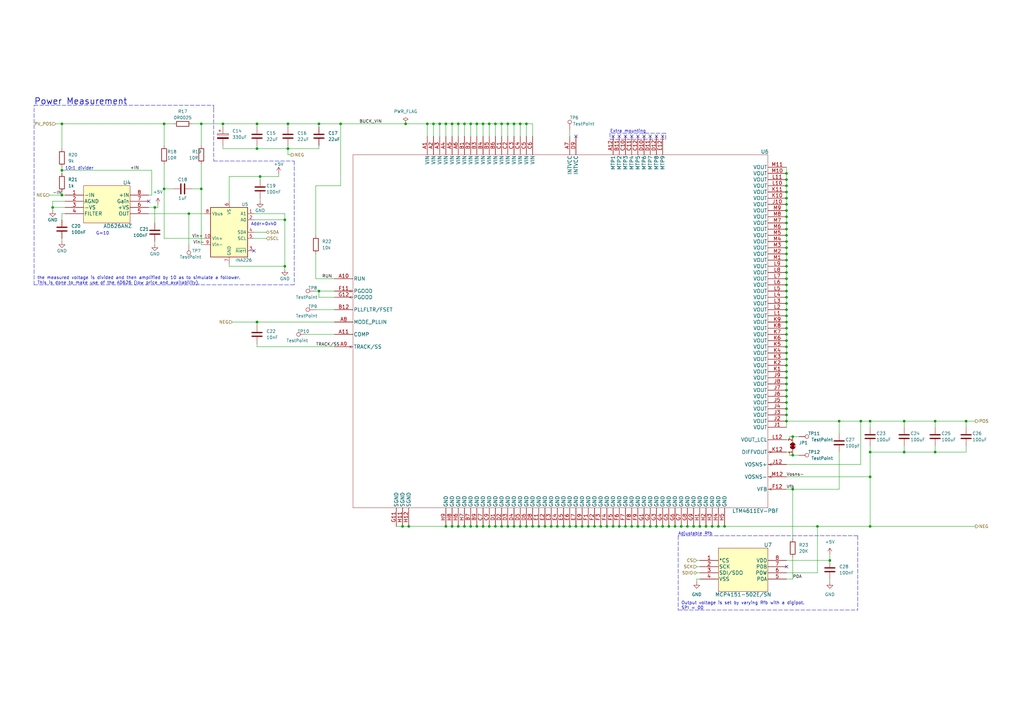
<source format=kicad_sch>
(kicad_sch (version 20211123) (generator eeschema)
  (paper "A3")
  (title_block (title "BUCK_0") (date "2022-12-05") (rev "0.1"))
  (lib_symbols
    (symbol "AD626ANZ:AD626ANZ" (pin_names (offset 0.254))
      (property "Reference" "U?" (at 39.37 10.16 0))
      (property "Value" "AD626ANZ" (at 39.37 6.35 0))
      (symbol "AD626ANZ_1_1"
        (rectangle (start 29.21 3.81) (end 48.26 -11.43) (fill (type background)))
        (pin unspecified line (at 21.59 0 0) (length 7.62) (name "-IN") (number "1"))
        (pin unspecified line (at 21.59 -2.54 0) (length 7.62) (name "AGND") (number "2"))
        (pin power_in line (at 21.59 -5.08 0) (length 7.62) (name "-VS") (number "3"))
        (pin unspecified line (at 21.59 -7.62 0) (length 7.62) (name "FILTER") (number "4"))
        (pin unspecified line (at 55.88 -7.62 180) (length 7.62) (name "OUT") (number "5"))
        (pin power_in line (at 55.88 -5.08 180) (length 7.62) (name "+VS") (number "6"))
        (pin unspecified line (at 55.88 -2.54 180) (length 7.62) (name "Gain") (number "7"))
        (pin unspecified line (at 55.88 0 180) (length 7.62) (name "+IN") (number "8"))
      )
    )
    (symbol "Analog_ADC:INA226"
      (property "Reference" "U" (at -6.35 11.43 0))
      (property "Value" "INA226" (at 3.81 11.43 0))
      (symbol "INA226_0_1"
        (rectangle (start 7.62 10.16) (end -7.62 -10.16) (stroke (width 0.254)) (fill (type background)))
      )
      (symbol "INA226_1_1"
        (pin input line (at 10.16 7.62 180) (length 2.54) (name "A1") (number "1"))
        (pin input line (at -10.16 -2.54 0) (length 2.54) (name "Vin+") (number "10"))
        (pin input line (at 10.16 5.08 180) (length 2.54) (name "A0") (number "2"))
        (pin open_collector line (at 10.16 -7.62 180) (length 2.54) (name "~{Alert}") (number "3"))
        (pin bidirectional line (at 10.16 0 180) (length 2.54) (name "SDA") (number "4"))
        (pin input line (at 10.16 -2.54 180) (length 2.54) (name "SCL") (number "5"))
        (pin power_in line (at 0 12.7 270) (length 2.54) (name "VS") (number "6"))
        (pin power_in line (at 0 -12.7 90) (length 2.54) (name "GND") (number "7"))
        (pin input line (at -10.16 7.62 0) (length 2.54) (name "Vbus") (number "8"))
        (pin input line (at -10.16 -5.08 0) (length 2.54) (name "Vin-") (number "9"))
      )
    )
    (symbol "Connector:TestPoint" (pin_numbers hide) (pin_names (offset 0.762) hide)
      (property "Reference" "TP" (at 0 6.858 0))
      (property "Value" "TestPoint" (at 0 5.08 0))
      (symbol "TestPoint_0_1"
        (circle (center 0 3.302) (radius 0.762))
      )
      (symbol "TestPoint_1_1"
        (pin passive line (at 0 0 90) (length 2.54) (name "1") (number "1"))
      )
    )
    (symbol "Device:C" (pin_numbers hide) (pin_names (offset 0.254))
      (property "Reference" "C" (at 0.635 2.54 0))
      (property "Value" "C" (at 0.635 -2.54 0))
      (symbol "C_0_1"
        (polyline (pts (xy -2.032 -0.762) (xy 2.032 -0.762)) (stroke (width 0.508)))
        (polyline (pts (xy -2.032 0.762) (xy 2.032 0.762)) (stroke (width 0.508)))
      )
      (symbol "C_1_1"
        (pin passive line (at 0 3.81 270) (length 2.794) (name "~") (number "1"))
        (pin passive line (at 0 -3.81 90) (length 2.794) (name "~") (number "2"))
      )
    )
    (symbol "Device:C_Polarized" (pin_numbers hide) (pin_names (offset 0.254))
      (property "Reference" "C" (at 0.635 2.54 0))
      (property "Value" "C_Polarized" (at 0.635 -2.54 0))
      (symbol "C_Polarized_0_1"
        (rectangle (start -2.286 0.508) (end 2.286 1.016))
        (polyline (pts (xy -1.778 2.286) (xy -0.762 2.286)))
        (polyline (pts (xy -1.27 2.794) (xy -1.27 1.778)))
        (rectangle (start 2.286 -0.508) (end -2.286 -1.016) (fill (type outline)))
      )
      (symbol "C_Polarized_1_1"
        (pin passive line (at 0 3.81 270) (length 2.794) (name "~") (number "1"))
        (pin passive line (at 0 -3.81 90) (length 2.794) (name "~") (number "2"))
      )
    )
    (symbol "Device:R" (pin_numbers hide) (pin_names (offset 0))
      (property "Reference" "R" (at 2.032 0 90))
      (property "Value" "R" (at 0 0 90))
      (symbol "R_0_1"
        (rectangle (start -1.016 -2.54) (end 1.016 2.54) (stroke (width 0.254)))
      )
      (symbol "R_1_1"
        (pin passive line (at 0 3.81 270) (length 1.27) (name "~") (number "1"))
        (pin passive line (at 0 -3.81 90) (length 1.27) (name "~") (number "2"))
      )
    )
    (symbol "Jumper:SolderJumper_2_Bridged" (pin_names (offset 0) hide)
      (property "Reference" "JP" (at 0 2.032 0))
      (property "Value" "SolderJumper_2_Bridged" (at 0 -2.54 0))
      (symbol "SolderJumper_2_Bridged_0_1"
        (rectangle (start -0.508 0.508) (end 0.508 -0.508) (fill (type outline)))
        (arc (start -0.254 1.016) (mid -1.27 0) (end -0.254 -1.016))
        (arc (start -0.254 1.016) (mid -1.27 0) (end -0.254 -1.016) (fill (type outline)))
        (polyline (pts (xy -0.254 1.016) (xy -0.254 -1.016)))
        (polyline (pts (xy 0.254 1.016) (xy 0.254 -1.016)))
        (arc (start 0.254 -1.016) (mid 1.27 0) (end 0.254 1.016))
        (arc (start 0.254 -1.016) (mid 1.27 0) (end 0.254 1.016) (fill (type outline)))
      )
      (symbol "SolderJumper_2_Bridged_1_1"
        (pin passive line (at -3.81 0 0) (length 2.54) (name "A") (number "1"))
        (pin passive line (at 3.81 0 180) (length 2.54) (name "B") (number "2"))
      )
    )
    (symbol "LTM4611EV:LTM4611EV-PBF" (pin_names (offset 0.254))
      (property "Reference" "U6" (at 176.53 52.07 0))
      (property "Value" "LTM4611EV-PBF" (at 172.72 -95.25 0))
      (symbol "LTM4611EV-PBF_1_1"
        (polyline (pts (xy 7.112 -28.448) (xy 6.0452 -27.94)) (stroke (width 0.127)))
        (polyline (pts (xy 7.112 -27.432) (xy 6.0452 -27.94)) (stroke (width 0.127)))
        (polyline (pts (xy 7.112 -8.128) (xy 6.0452 -7.62)) (stroke (width 0.127)))
        (polyline (pts (xy 7.112 -7.112) (xy 6.0452 -7.62)) (stroke (width 0.127)))
        (polyline (pts (xy 7.112 -5.588) (xy 6.0452 -5.08)) (stroke (width 0.127)))
        (polyline (pts (xy 7.112 -4.572) (xy 6.0452 -5.08)) (stroke (width 0.127)))
        (polyline (pts (xy 7.62 -93.98) (xy 177.8 -93.98)) (stroke (width 0.127)))
        (polyline (pts (xy 7.62 50.8) (xy 7.62 -93.98)) (stroke (width 0.127)))
        (polyline (pts (xy 177.8 -93.98) (xy 177.8 50.8)) (stroke (width 0.127)))
        (polyline (pts (xy 177.8 50.8) (xy 7.62 50.8)) (stroke (width 0.127)))
        (polyline (pts (xy 178.308 -86.36) (xy 179.3748 -86.868)) (stroke (width 0.127)))
        (polyline (pts (xy 178.308 -86.36) (xy 179.3748 -85.852)) (stroke (width 0.127)))
        (polyline (pts (xy 178.308 -81.28) (xy 179.3748 -81.788)) (stroke (width 0.127)))
        (polyline (pts (xy 178.308 -81.28) (xy 179.3748 -80.772)) (stroke (width 0.127)))
        (polyline (pts (xy 178.308 -76.2) (xy 179.3748 -76.708)) (stroke (width 0.127)))
        (polyline (pts (xy 178.308 -76.2) (xy 179.3748 -75.692)) (stroke (width 0.127)))
        (polyline (pts (xy 178.308 -71.628) (xy 179.3748 -71.12)) (stroke (width 0.127)))
        (polyline (pts (xy 178.308 -70.612) (xy 179.3748 -71.12)) (stroke (width 0.127)))
        (pin power_in line (at 38.1 58.42 270) (length 7.62) (name "VIN") (number "A1"))
        (pin unspecified line (at 0 0 0) (length 7.62) (name "RUN") (number "A10"))
        (pin unspecified line (at 0 -22.86 0) (length 7.62) (name "COMP") (number "A11"))
        (pin unspecified line (at 114.3 58.42 270) (length 7.62) (name "MTP1") (number "A12"))
        (pin power_in line (at 40.64 58.42 270) (length 7.62) (name "VIN") (number "A2"))
        (pin power_in line (at 43.18 58.42 270) (length 7.62) (name "VIN") (number "A3"))
        (pin power_in line (at 45.72 58.42 270) (length 7.62) (name "VIN") (number "A4"))
        (pin power_in line (at 48.26 58.42 270) (length 7.62) (name "VIN") (number "A5"))
        (pin power_in line (at 50.8 58.42 270) (length 7.62) (name "VIN") (number "A6"))
        (pin passive line (at 96.52 58.42 270) (length 7.62) (name "INTVCC") (number "A7"))
        (pin unspecified line (at 0 -17.78 0) (length 7.62) (name "MODE_PLLIN") (number "A8"))
        (pin output line (at 0 -27.94 0) (length 7.62) (name "TRACK/SS") (number "A9"))
        (pin power_in line (at 53.34 58.42 270) (length 7.62) (name "VIN") (number "B1"))
        (pin unspecified line (at 116.84 58.42 270) (length 7.62) (name "MTP2") (number "B11"))
        (pin unspecified line (at 0 -12.7 0) (length 7.62) (name "PLLFLTR/FSET") (number "B12"))
        (pin power_in line (at 55.88 58.42 270) (length 7.62) (name "VIN") (number "B2"))
        (pin power_in line (at 58.42 58.42 270) (length 7.62) (name "VIN") (number "B3"))
        (pin power_in line (at 60.96 58.42 270) (length 7.62) (name "VIN") (number "B4"))
        (pin power_in line (at 63.5 58.42 270) (length 7.62) (name "VIN") (number "B5"))
        (pin power_in line (at 66.04 58.42 270) (length 7.62) (name "VIN") (number "B6"))
        (pin power_in line (at 55.88 -101.6 90) (length 7.62) (name "GND") (number "B7"))
        (pin power_in line (at 58.42 -101.6 90) (length 7.62) (name "GND") (number "B9"))
        (pin power_in line (at 68.58 58.42 270) (length 7.62) (name "VIN") (number "C1"))
        (pin unspecified line (at 119.38 58.42 270) (length 7.62) (name "MTP3") (number "C10"))
        (pin unspecified line (at 121.92 58.42 270) (length 7.62) (name "MTP4") (number "C11"))
        (pin unspecified line (at 124.46 58.42 270) (length 7.62) (name "MTP5") (number "C12"))
        (pin power_in line (at 71.12 58.42 270) (length 7.62) (name "VIN") (number "C2"))
        (pin power_in line (at 73.66 58.42 270) (length 7.62) (name "VIN") (number "C3"))
        (pin power_in line (at 76.2 58.42 270) (length 7.62) (name "VIN") (number "C4"))
        (pin power_in line (at 78.74 58.42 270) (length 7.62) (name "VIN") (number "C5"))
        (pin power_in line (at 81.28 58.42 270) (length 7.62) (name "VIN") (number "C6"))
        (pin power_in line (at 60.96 -101.6 90) (length 7.62) (name "GND") (number "C7"))
        (pin power_in line (at 63.5 -101.6 90) (length 7.62) (name "GND") (number "C9"))
        (pin power_in line (at 66.04 -101.6 90) (length 7.62) (name "GND") (number "D1"))
        (pin unspecified line (at 127 58.42 270) (length 7.62) (name "MTP6") (number "D10"))
        (pin unspecified line (at 129.54 58.42 270) (length 7.62) (name "MTP7") (number "D11"))
        (pin unspecified line (at 132.08 58.42 270) (length 7.62) (name "MTP8") (number "D12"))
        (pin power_in line (at 68.58 -101.6 90) (length 7.62) (name "GND") (number "D2"))
        (pin power_in line (at 71.12 -101.6 90) (length 7.62) (name "GND") (number "D3"))
        (pin power_in line (at 73.66 -101.6 90) (length 7.62) (name "GND") (number "D4"))
        (pin power_in line (at 76.2 -101.6 90) (length 7.62) (name "GND") (number "D5"))
        (pin power_in line (at 78.74 -101.6 90) (length 7.62) (name "GND") (number "D6"))
        (pin power_in line (at 81.28 -101.6 90) (length 7.62) (name "GND") (number "D8"))
        (pin passive line (at 99.06 58.42 270) (length 7.62) (name "INTVCC") (number "D9"))
        (pin power_in line (at 83.82 -101.6 90) (length 7.62) (name "GND") (number "E1"))
        (pin unspecified line (at 134.62 58.42 270) (length 7.62) (name "MTP9") (number "E12"))
        (pin power_in line (at 86.36 -101.6 90) (length 7.62) (name "GND") (number "E2"))
        (pin power_in line (at 88.9 -101.6 90) (length 7.62) (name "GND") (number "E3"))
        (pin power_in line (at 91.44 -101.6 90) (length 7.62) (name "GND") (number "E4"))
        (pin power_in line (at 93.98 -101.6 90) (length 7.62) (name "GND") (number "E5"))
        (pin power_in line (at 96.52 -101.6 90) (length 7.62) (name "GND") (number "E6"))
        (pin power_in line (at 99.06 -101.6 90) (length 7.62) (name "GND") (number "E7"))
        (pin power_in line (at 101.6 -101.6 90) (length 7.62) (name "GND") (number "E9"))
        (pin power_in line (at 104.14 -101.6 90) (length 7.62) (name "GND") (number "F1"))
        (pin passive line (at 0 -5.08 0) (length 7.62) (name "PGOOD") (number "F11"))
        (pin input line (at 185.42 -86.36 180) (length 7.62) (name "VFB") (number "F12"))
        (pin power_in line (at 106.68 -101.6 90) (length 7.62) (name "GND") (number "F2"))
        (pin power_in line (at 109.22 -101.6 90) (length 7.62) (name "GND") (number "F3"))
        (pin power_in line (at 111.76 -101.6 90) (length 7.62) (name "GND") (number "F4"))
        (pin power_in line (at 114.3 -101.6 90) (length 7.62) (name "GND") (number "F5"))
        (pin power_in line (at 116.84 -101.6 90) (length 7.62) (name "GND") (number "F6"))
        (pin power_in line (at 119.38 -101.6 90) (length 7.62) (name "GND") (number "F7"))
        (pin power_in line (at 121.92 -101.6 90) (length 7.62) (name "GND") (number "F8"))
        (pin power_in line (at 124.46 -101.6 90) (length 7.62) (name "GND") (number "F9"))
        (pin power_in line (at 127 -101.6 90) (length 7.62) (name "GND") (number "G1"))
        (pin power_in line (at 25.4 -101.6 90) (length 7.62) (name "SGND") (number "G11"))
        (pin passive line (at 0 -7.62 0) (length 7.62) (name "PGOOD") (number "G12"))
        (pin power_in line (at 129.54 -101.6 90) (length 7.62) (name "GND") (number "G2"))
        (pin power_in line (at 132.08 -101.6 90) (length 7.62) (name "GND") (number "G3"))
        (pin power_in line (at 134.62 -101.6 90) (length 7.62) (name "GND") (number "G4"))
        (pin power_in line (at 137.16 -101.6 90) (length 7.62) (name "GND") (number "G5"))
        (pin power_in line (at 139.7 -101.6 90) (length 7.62) (name "GND") (number "G6"))
        (pin power_in line (at 142.24 -101.6 90) (length 7.62) (name "GND") (number "G7"))
        (pin power_in line (at 144.78 -101.6 90) (length 7.62) (name "GND") (number "G8"))
        (pin power_in line (at 147.32 -101.6 90) (length 7.62) (name "GND") (number "G9"))
        (pin power_in line (at 149.86 -101.6 90) (length 7.62) (name "GND") (number "H1"))
        (pin power_in line (at 27.94 -101.6 90) (length 7.62) (name "SGND") (number "H11"))
        (pin power_in line (at 30.48 -101.6 90) (length 7.62) (name "SGND") (number "H12"))
        (pin power_in line (at 152.4 -101.6 90) (length 7.62) (name "GND") (number "H2"))
        (pin power_in line (at 154.94 -101.6 90) (length 7.62) (name "GND") (number "H3"))
        (pin power_in line (at 157.48 -101.6 90) (length 7.62) (name "GND") (number "H4"))
        (pin power_in line (at 160.02 -101.6 90) (length 7.62) (name "GND") (number "H5"))
        (pin power_in line (at 50.8 -101.6 90) (length 7.62) (name "GND") (number "H6"))
        (pin power_in line (at 53.34 -101.6 90) (length 7.62) (name "GND") (number "H7"))
        (pin power_in line (at 48.26 -101.6 90) (length 7.62) (name "GND") (number "H8"))
        (pin power_in line (at 45.72 -101.6 90) (length 7.62) (name "GND") (number "H9"))
        (pin power_in line (at 185.42 -60.96 180) (length 7.62) (name "VOUT") (number "J1"))
        (pin power_in line (at 185.42 30.48 180) (length 7.62) (name "VOUT") (number "J10"))
        (pin input line (at 185.42 -76.2 180) (length 7.62) (name "VOSNS+") (number "J12"))
        (pin power_in line (at 185.42 -58.42 180) (length 7.62) (name "VOUT") (number "J2"))
        (pin power_in line (at 185.42 -55.88 180) (length 7.62) (name "VOUT") (number "J3"))
        (pin power_in line (at 185.42 -53.34 180) (length 7.62) (name "VOUT") (number "J4"))
        (pin power_in line (at 185.42 -50.8 180) (length 7.62) (name "VOUT") (number "J5"))
        (pin power_in line (at 185.42 -48.26 180) (length 7.62) (name "VOUT") (number "J6"))
        (pin power_in line (at 185.42 -45.72 180) (length 7.62) (name "VOUT") (number "J7"))
        (pin power_in line (at 185.42 -43.18 180) (length 7.62) (name "VOUT") (number "J8"))
        (pin power_in line (at 185.42 -40.64 180) (length 7.62) (name "VOUT") (number "J9"))
        (pin power_in line (at 185.42 -38.1 180) (length 7.62) (name "VOUT") (number "K1"))
        (pin power_in line (at 185.42 33.02 180) (length 7.62) (name "VOUT") (number "K10"))
        (pin power_in line (at 185.42 35.56 180) (length 7.62) (name "VOUT") (number "K11"))
        (pin output line (at 185.42 -71.12 180) (length 7.62) (name "DIFFVOUT") (number "K12"))
        (pin power_in line (at 185.42 -35.56 180) (length 7.62) (name "VOUT") (number "K2"))
        (pin power_in line (at 185.42 -33.02 180) (length 7.62) (name "VOUT") (number "K3"))
        (pin power_in line (at 185.42 -30.48 180) (length 7.62) (name "VOUT") (number "K4"))
        (pin power_in line (at 185.42 -27.94 180) (length 7.62) (name "VOUT") (number "K5"))
        (pin power_in line (at 185.42 -25.4 180) (length 7.62) (name "VOUT") (number "K6"))
        (pin power_in line (at 185.42 -22.86 180) (length 7.62) (name "VOUT") (number "K7"))
        (pin power_in line (at 185.42 -20.32 180) (length 7.62) (name "VOUT") (number "K8"))
        (pin power_in line (at 185.42 -17.78 180) (length 7.62) (name "VOUT") (number "K9"))
        (pin power_in line (at 185.42 -15.24 180) (length 7.62) (name "VOUT") (number "L1"))
        (pin power_in line (at 185.42 38.1 180) (length 7.62) (name "VOUT") (number "L10"))
        (pin power_in line (at 185.42 40.64 180) (length 7.62) (name "VOUT") (number "L11"))
        (pin input line (at 185.42 -66.04 180) (length 7.62) (name "VOUT_LCL") (number "L12"))
        (pin power_in line (at 185.42 -12.7 180) (length 7.62) (name "VOUT") (number "L2"))
        (pin power_in line (at 185.42 -10.16 180) (length 7.62) (name "VOUT") (number "L3"))
        (pin power_in line (at 185.42 -7.62 180) (length 7.62) (name "VOUT") (number "L4"))
        (pin power_in line (at 185.42 -5.08 180) (length 7.62) (name "VOUT") (number "L5"))
        (pin power_in line (at 185.42 -2.54 180) (length 7.62) (name "VOUT") (number "L6"))
        (pin power_in line (at 185.42 0 180) (length 7.62) (name "VOUT") (number "L7"))
        (pin power_in line (at 185.42 2.54 180) (length 7.62) (name "VOUT") (number "L8"))
        (pin power_in line (at 185.42 5.08 180) (length 7.62) (name "VOUT") (number "L9"))
        (pin power_in line (at 185.42 7.62 180) (length 7.62) (name "VOUT") (number "M1"))
        (pin power_in line (at 185.42 43.18 180) (length 7.62) (name "VOUT") (number "M10"))
        (pin power_in line (at 185.42 45.72 180) (length 7.62) (name "VOUT") (number "M11"))
        (pin input line (at 185.42 -81.28 180) (length 7.62) (name "VOSNS-") (number "M12"))
        (pin power_in line (at 185.42 10.16 180) (length 7.62) (name "VOUT") (number "M2"))
        (pin power_in line (at 185.42 12.7 180) (length 7.62) (name "VOUT") (number "M3"))
        (pin power_in line (at 185.42 15.24 180) (length 7.62) (name "VOUT") (number "M4"))
        (pin power_in line (at 185.42 17.78 180) (length 7.62) (name "VOUT") (number "M5"))
        (pin power_in line (at 185.42 20.32 180) (length 7.62) (name "VOUT") (number "M6"))
        (pin power_in line (at 185.42 22.86 180) (length 7.62) (name "VOUT") (number "M7"))
        (pin power_in line (at 185.42 25.4 180) (length 7.62) (name "VOUT") (number "M8"))
        (pin power_in line (at 185.42 27.94 180) (length 7.62) (name "VOUT") (number "M9"))
      )
    )
    (symbol "MCP4151:MCP4151-502E{slash}SN" (pin_names (offset 0.254))
      (property "Reference" "U7" (at 58.42 6.35 0))
      (property "Value" "MCP4151-502E/SN" (at 48.26 -13.97 0))
      (symbol "MCP4151-502E{slash}SN_0_1"
        (rectangle (start 38.1 5.08) (end 58.42 -12.7) (fill (type background)))
      )
      (symbol "MCP4151-502E{slash}SN_1_1"
        (pin input line (at 30.48 0 0) (length 7.62) (name "*CS") (number "1"))
        (pin input line (at 30.48 -2.54 0) (length 7.62) (name "SCK") (number "2"))
        (pin bidirectional line (at 30.48 -5.08 0) (length 7.62) (name "SDI/SDO") (number "3"))
        (pin power_in line (at 30.48 -7.62 0) (length 7.62) (name "VSS") (number "4"))
        (pin passive line (at 66.04 -7.62 180) (length 7.62) (name "P0A") (number "5"))
        (pin passive line (at 66.04 -5.08 180) (length 7.62) (name "P0W") (number "6"))
        (pin passive line (at 66.04 -2.54 180) (length 7.62) (name "P0B") (number "7"))
        (pin power_in line (at 66.04 0 180) (length 7.62) (name "VDD") (number "8"))
      )
    )
    (symbol "power:+5V" (power) (pin_names (offset 0))
      (property "Value" "+5V" (at 0 3.556 0))
      (symbol "+5V_0_1"
        (polyline (pts (xy -0.762 1.27) (xy 0 2.54)))
        (polyline (pts (xy 0 0) (xy 0 2.54)))
        (polyline (pts (xy 0 2.54) (xy 0.762 1.27)))
      )
      (symbol "+5V_1_1"
        (pin power_in line (at 0 0 90) (length 0) hide (name "+5V") (number "1"))
      )
    )
    (symbol "power:GND" (power) (pin_names (offset 0))
      (property "Value" "GND" (at 0 -3.81 0))
      (symbol "GND_0_1"
        (polyline (pts (xy 0 0) (xy 0 -1.27) (xy 1.27 -1.27) (xy 0 -2.54) (xy -1.27 -1.27) (xy 0 -1.27)))
      )
      (symbol "GND_1_1"
        (pin power_in line (at 0 0 270) (length 0) hide (name "GND") (number "1"))
      )
    )
    (symbol "power:PWR_FLAG" (power) (pin_numbers hide) (pin_names (offset 0) hide)
      (property "Value" "PWR_FLAG" (at 0 3.81 0))
      (symbol "PWR_FLAG_0_0"
        (pin power_out line (at 0 0 90) (length 0) (name "pwr") (number "1"))
      )
      (symbol "PWR_FLAG_0_1"
        (polyline (pts (xy 0 0) (xy 0 1.27) (xy -1.016 1.905) (xy 0 2.54) (xy 1.016 1.905) (xy 0 1.27)))
      )
    )
  )
  (junction (at 25.4 80.01))
  (junction (at 205.74 50.8))
  (junction (at 322.58 137.16))
  (junction (at 236.22 215.9))
  (junction (at 105.41 60.96))
  (junction (at 63.5 85.09))
  (junction (at 182.88 215.9))
  (junction (at 322.58 119.38))
  (junction (at 187.96 215.9))
  (junction (at 289.56 215.9))
  (junction (at 383.54 172.72))
  (junction (at 215.9 215.9))
  (junction (at 322.58 139.7))
  (junction (at 223.52 215.9))
  (junction (at 322.58 104.14))
  (junction (at 198.12 215.9))
  (junction (at 322.58 83.82))
  (junction (at 190.5 215.9))
  (junction (at 344.17 172.72))
  (junction (at 220.98 215.9))
  (junction (at 266.7 215.9))
  (junction (at 210.82 215.9))
  (junction (at 193.04 50.8))
  (junction (at 356.87 172.72))
  (junction (at 322.58 78.74))
  (junction (at 106.68 72.39))
  (junction (at 139.7 50.8))
  (junction (at 118.11 50.8))
  (junction (at 228.6 215.9))
  (junction (at 356.87 215.9))
  (junction (at 248.92 215.9))
  (junction (at 356.87 185.42))
  (junction (at 322.58 93.98))
  (junction (at 322.58 121.92))
  (junction (at 195.58 50.8))
  (junction (at 165.1 215.9))
  (junction (at 233.68 215.9))
  (junction (at 322.58 165.1))
  (junction (at 274.32 215.9))
  (junction (at 297.18 215.9))
  (junction (at 175.26 50.8))
  (junction (at 130.81 119.38))
  (junction (at 116.84 109.22))
  (junction (at 353.06 172.72))
  (junction (at 322.58 96.52))
  (junction (at 322.58 134.62))
  (junction (at 322.58 157.48))
  (junction (at 322.58 124.46))
  (junction (at 325.12 200.66))
  (junction (at 322.58 160.02))
  (junction (at 322.58 152.4))
  (junction (at 322.58 167.64))
  (junction (at 271.78 215.9))
  (junction (at 322.58 86.36))
  (junction (at 198.12 50.8))
  (junction (at 269.24 215.9))
  (junction (at 177.8 50.8))
  (junction (at 322.58 71.12))
  (junction (at 322.58 76.2))
  (junction (at 322.58 162.56))
  (junction (at 383.54 185.42))
  (junction (at 203.2 215.9))
  (junction (at 322.58 142.24))
  (junction (at 259.08 215.9))
  (junction (at 322.58 106.68))
  (junction (at 205.74 215.9))
  (junction (at 322.58 111.76))
  (junction (at 21.59 85.09))
  (junction (at 105.41 132.08))
  (junction (at 292.1 215.9))
  (junction (at 118.11 60.96))
  (junction (at 130.81 50.8))
  (junction (at 279.4 215.9))
  (junction (at 231.14 215.9))
  (junction (at 356.87 195.58))
  (junction (at 370.84 185.42))
  (junction (at 322.58 172.72))
  (junction (at 208.28 50.8))
  (junction (at 67.31 77.47))
  (junction (at 322.58 132.08))
  (junction (at 251.46 215.9))
  (junction (at 281.94 215.9))
  (junction (at 322.58 129.54))
  (junction (at 208.28 215.9))
  (junction (at 322.58 147.32))
  (junction (at 246.38 215.9))
  (junction (at 276.86 215.9))
  (junction (at 322.58 149.86))
  (junction (at 322.58 116.84))
  (junction (at 294.64 215.9))
  (junction (at 166.37 50.8))
  (junction (at 322.58 101.6))
  (junction (at 25.4 50.8))
  (junction (at 322.58 127))
  (junction (at 325.12 186.69))
  (junction (at 82.55 77.47))
  (junction (at 215.9 50.8))
  (junction (at 105.41 50.8))
  (junction (at 335.28 215.9))
  (junction (at 325.12 179.07))
  (junction (at 284.48 215.9))
  (junction (at 254 215.9))
  (junction (at 210.82 50.8))
  (junction (at 264.16 215.9))
  (junction (at 82.55 50.8))
  (junction (at 116.84 90.17))
  (junction (at 287.02 215.9))
  (junction (at 322.58 144.78))
  (junction (at 256.54 215.9))
  (junction (at 322.58 114.3))
  (junction (at 190.5 50.8))
  (junction (at 322.58 109.22))
  (junction (at 77.47 87.63))
  (junction (at 213.36 50.8))
  (junction (at 200.66 50.8))
  (junction (at 182.88 50.8))
  (junction (at 241.3 215.9))
  (junction (at 200.66 215.9))
  (junction (at 322.58 154.94))
  (junction (at 340.36 229.87))
  (junction (at 193.04 215.9))
  (junction (at 185.42 215.9))
  (junction (at 322.58 91.44))
  (junction (at 238.76 215.9))
  (junction (at 261.62 215.9))
  (junction (at 322.58 73.66))
  (junction (at 322.58 88.9))
  (junction (at 322.58 170.18))
  (junction (at 370.84 172.72))
  (junction (at 396.24 172.72))
  (junction (at 322.58 81.28))
  (junction (at 167.64 215.9))
  (junction (at 203.2 50.8))
  (junction (at 67.31 50.8))
  (junction (at 322.58 99.06))
  (junction (at 226.06 215.9))
  (junction (at 180.34 50.8))
  (junction (at 243.84 215.9))
  (junction (at 195.58 215.9))
  (junction (at 25.4 69.85))
  (junction (at 91.44 50.8))
  (junction (at 187.96 50.8))
  (junction (at 185.42 50.8))
  (junction (at 213.36 215.9))
  (junction (at 218.44 215.9))
  (no_connect (at 254 55.88))
  (no_connect (at 104.14 102.87))
  (no_connect (at 259.08 55.88))
  (no_connect (at 266.7 55.88))
  (no_connect (at 236.22 55.88))
  (no_connect (at 261.62 55.88))
  (no_connect (at 251.46 55.88))
  (no_connect (at 60.96 82.55))
  (no_connect (at 256.54 55.88))
  (no_connect (at 269.24 55.88))
  (no_connect (at 271.78 55.88))
  (no_connect (at 322.58 232.41))
  (no_connect (at 264.16 55.88))
  (wire (pts (xy 254 215.9) (xy 256.54 215.9)))
  (wire (pts (xy 185.42 50.8) (xy 185.42 55.88)))
  (wire (pts (xy 63.5 85.09) (xy 63.5 91.44)))
  (wire (pts (xy 383.54 182.88) (xy 383.54 185.42)))
  (wire (pts (xy 190.5 50.8) (xy 190.5 55.88)))
  (wire (pts (xy 77.47 87.63) (xy 77.47 100.33)))
  (wire (pts (xy 322.58 167.64) (xy 322.58 170.18)))
  (wire (pts (xy 175.26 55.88) (xy 175.26 50.8)))
  (wire (pts (xy 322.58 96.52) (xy 322.58 99.06)))
  (wire (pts (xy 256.54 215.9) (xy 259.08 215.9)))
  (wire (pts (xy 238.76 215.9) (xy 241.3 215.9)))
  (wire (pts (xy 322.58 106.68) (xy 322.58 109.22)))
  (polyline (pts (xy 273.05 54.61) (xy 250.19 54.61)))
  (wire (pts (xy 137.16 142.24) (xy 105.41 142.24)))
  (wire (pts (xy 130.81 50.8) (xy 139.7 50.8)))
  (wire (pts (xy 208.28 50.8) (xy 210.82 50.8)))
  (wire (pts (xy 322.58 127) (xy 322.58 124.46)))
  (wire (pts (xy 322.58 76.2) (xy 322.58 78.74)))
  (wire (pts (xy 105.41 50.8) (xy 105.41 52.07)))
  (wire (pts (xy 139.7 76.2) (xy 139.7 50.8)))
  (polyline (pts (xy 278.13 219.71) (xy 278.13 250.19)))
  (polyline (pts (xy 278.13 250.19) (xy 351.79 250.19)))
  (wire (pts (xy 25.4 68.58) (xy 25.4 69.85)))
  (polyline (pts (xy 87.63 43.18) (xy 87.63 44.45)))
  (wire (pts (xy 180.34 50.8) (xy 182.88 50.8)))
  (wire (pts (xy 193.04 50.8) (xy 193.04 55.88)))
  (wire (pts (xy 139.7 50.8) (xy 166.37 50.8)))
  (wire (pts (xy 190.5 215.9) (xy 187.96 215.9)))
  (wire (pts (xy 322.58 165.1) (xy 322.58 167.64)))
  (wire (pts (xy 129.54 76.2) (xy 139.7 76.2)))
  (wire (pts (xy 322.58 142.24) (xy 322.58 144.78)))
  (wire (pts (xy 292.1 215.9) (xy 294.64 215.9)))
  (wire (pts (xy 322.58 234.95) (xy 335.28 234.95)))
  (wire (pts (xy 236.22 215.9) (xy 238.76 215.9)))
  (wire (pts (xy 208.28 50.8) (xy 208.28 55.88)))
  (wire (pts (xy 218.44 50.8) (xy 218.44 55.88)))
  (wire (pts (xy 344.17 172.72) (xy 344.17 177.8)))
  (wire (pts (xy 322.58 195.58) (xy 356.87 195.58)))
  (wire (pts (xy 281.94 215.9) (xy 279.4 215.9)))
  (wire (pts (xy 325.12 200.66) (xy 325.12 220.98)))
  (wire (pts (xy 125.73 137.16) (xy 137.16 137.16)))
  (wire (pts (xy 289.56 215.9) (xy 292.1 215.9)))
  (wire (pts (xy 285.75 238.76) (xy 285.75 237.49)))
  (wire (pts (xy 182.88 50.8) (xy 182.88 55.88)))
  (wire (pts (xy 21.59 82.55) (xy 26.67 82.55)))
  (wire (pts (xy 129.54 104.14) (xy 129.54 114.3)))
  (wire (pts (xy 177.8 50.8) (xy 177.8 55.88)))
  (polyline (pts (xy 87.63 66.04) (xy 120.65 66.04)))
  (polyline (pts (xy 120.65 66.04) (xy 120.65 116.84)))
  (wire (pts (xy 210.82 215.9) (xy 213.36 215.9)))
  (wire (pts (xy 26.67 87.63) (xy 25.4 87.63)))
  (wire (pts (xy 91.44 50.8) (xy 91.44 52.07)))
  (wire (pts (xy 175.26 50.8) (xy 177.8 50.8)))
  (wire (pts (xy 91.44 59.69) (xy 91.44 60.96)))
  (wire (pts (xy 322.58 99.06) (xy 322.58 101.6)))
  (wire (pts (xy 130.81 59.69) (xy 130.81 60.96)))
  (wire (pts (xy 118.11 59.69) (xy 118.11 60.96)))
  (wire (pts (xy 322.58 114.3) (xy 322.58 111.76)))
  (wire (pts (xy 180.34 50.8) (xy 180.34 55.88)))
  (wire (pts (xy 60.96 85.09) (xy 63.5 85.09)))
  (wire (pts (xy 25.4 78.74) (xy 25.4 80.01)))
  (wire (pts (xy 259.08 215.9) (xy 261.62 215.9)))
  (wire (pts (xy 118.11 60.96) (xy 118.11 63.5)))
  (wire (pts (xy 383.54 172.72) (xy 396.24 172.72)))
  (wire (pts (xy 130.81 119.38) (xy 137.16 119.38)))
  (wire (pts (xy 25.4 97.79) (xy 25.4 99.06)))
  (wire (pts (xy 25.4 69.85) (xy 25.4 71.12)))
  (wire (pts (xy 251.46 215.9) (xy 254 215.9)))
  (wire (pts (xy 340.36 227.33) (xy 340.36 229.87)))
  (wire (pts (xy 190.5 215.9) (xy 193.04 215.9)))
  (wire (pts (xy 322.58 68.58) (xy 322.58 71.12)))
  (wire (pts (xy 233.68 215.9) (xy 231.14 215.9)))
  (wire (pts (xy 285.75 237.49) (xy 287.02 237.49)))
  (wire (pts (xy 323.85 179.07) (xy 325.12 179.07)))
  (wire (pts (xy 241.3 215.9) (xy 243.84 215.9)))
  (wire (pts (xy 166.37 50.8) (xy 175.26 50.8)))
  (wire (pts (xy 25.4 69.85) (xy 62.23 69.85)))
  (wire (pts (xy 25.4 50.8) (xy 67.31 50.8)))
  (wire (pts (xy 325.12 228.6) (xy 325.12 237.49)))
  (wire (pts (xy 105.41 59.69) (xy 105.41 60.96)))
  (wire (pts (xy 116.84 109.22) (xy 116.84 110.49)))
  (wire (pts (xy 340.36 237.49) (xy 340.36 238.76)))
  (wire (pts (xy 25.4 87.63) (xy 25.4 90.17)))
  (wire (pts (xy 297.18 215.9) (xy 335.28 215.9)))
  (wire (pts (xy 130.81 119.38) (xy 129.54 119.38)))
  (wire (pts (xy 266.7 215.9) (xy 269.24 215.9)))
  (wire (pts (xy 370.84 182.88) (xy 370.84 185.42)))
  (wire (pts (xy 356.87 182.88) (xy 356.87 185.42)))
  (wire (pts (xy 205.74 50.8) (xy 208.28 50.8)))
  (wire (pts (xy 233.68 55.88) (xy 233.68 53.34)))
  (wire (pts (xy 383.54 172.72) (xy 383.54 175.26)))
  (wire (pts (xy 193.04 215.9) (xy 195.58 215.9)))
  (wire (pts (xy 116.84 90.17) (xy 116.84 109.22)))
  (wire (pts (xy 215.9 50.8) (xy 218.44 50.8)))
  (wire (pts (xy 322.58 129.54) (xy 322.58 132.08)))
  (wire (pts (xy 261.62 215.9) (xy 264.16 215.9)))
  (wire (pts (xy 105.41 132.08) (xy 105.41 133.35)))
  (wire (pts (xy 67.31 50.8) (xy 67.31 59.69)))
  (wire (pts (xy 21.59 85.09) (xy 21.59 86.36)))
  (wire (pts (xy 322.58 152.4) (xy 322.58 154.94)))
  (wire (pts (xy 370.84 172.72) (xy 370.84 175.26)))
  (wire (pts (xy 322.58 132.08) (xy 322.58 134.62)))
  (wire (pts (xy 78.74 77.47) (xy 82.55 77.47)))
  (wire (pts (xy 187.96 50.8) (xy 190.5 50.8)))
  (wire (pts (xy 130.81 121.92) (xy 130.81 119.38)))
  (wire (pts (xy 325.12 179.07) (xy 327.66 179.07)))
  (wire (pts (xy 322.58 109.22) (xy 322.58 111.76)))
  (wire (pts (xy 322.58 170.18) (xy 322.58 172.72)))
  (wire (pts (xy 353.06 190.5) (xy 353.06 172.72)))
  (wire (pts (xy 356.87 185.42) (xy 356.87 195.58)))
  (wire (pts (xy 353.06 172.72) (xy 356.87 172.72)))
  (wire (pts (xy 396.24 185.42) (xy 383.54 185.42)))
  (wire (pts (xy 82.55 50.8) (xy 82.55 59.69)))
  (wire (pts (xy 67.31 97.79) (xy 67.31 77.47)))
  (wire (pts (xy 322.58 91.44) (xy 322.58 93.98)))
  (wire (pts (xy 285.75 234.95) (xy 287.02 234.95)))
  (wire (pts (xy 284.48 215.9) (xy 281.94 215.9)))
  (wire (pts (xy 323.85 180.34) (xy 323.85 179.07)))
  (wire (pts (xy 198.12 215.9) (xy 195.58 215.9)))
  (wire (pts (xy 325.12 200.66) (xy 344.17 200.66)))
  (wire (pts (xy 213.36 50.8) (xy 213.36 55.88)))
  (wire (pts (xy 25.4 50.8) (xy 25.4 60.96)))
  (wire (pts (xy 105.41 50.8) (xy 118.11 50.8)))
  (wire (pts (xy 104.14 95.25) (xy 109.22 95.25)))
  (wire (pts (xy 248.92 215.9) (xy 251.46 215.9)))
  (wire (pts (xy 226.06 215.9) (xy 228.6 215.9)))
  (wire (pts (xy 322.58 93.98) (xy 322.58 96.52)))
  (wire (pts (xy 322.58 147.32) (xy 322.58 149.86)))
  (wire (pts (xy 213.36 50.8) (xy 215.9 50.8)))
  (wire (pts (xy 60.96 87.63) (xy 77.47 87.63)))
  (wire (pts (xy 210.82 50.8) (xy 210.82 55.88)))
  (wire (pts (xy 205.74 215.9) (xy 208.28 215.9)))
  (wire (pts (xy 195.58 50.8) (xy 195.58 55.88)))
  (wire (pts (xy 177.8 50.8) (xy 180.34 50.8)))
  (wire (pts (xy 322.58 106.68) (xy 322.58 104.14)))
  (wire (pts (xy 21.59 85.09) (xy 26.67 85.09)))
  (wire (pts (xy 215.9 50.8) (xy 215.9 55.88)))
  (wire (pts (xy 106.68 72.39) (xy 114.3 72.39)))
  (wire (pts (xy 356.87 195.58) (xy 356.87 215.9)))
  (wire (pts (xy 104.14 97.79) (xy 109.22 97.79)))
  (wire (pts (xy 356.87 215.9) (xy 400.05 215.9)))
  (wire (pts (xy 82.55 100.33) (xy 83.82 100.33)))
  (wire (pts (xy 203.2 50.8) (xy 203.2 55.88)))
  (wire (pts (xy 129.54 96.52) (xy 129.54 76.2)))
  (wire (pts (xy 220.98 215.9) (xy 223.52 215.9)))
  (wire (pts (xy 82.55 50.8) (xy 91.44 50.8)))
  (wire (pts (xy 203.2 215.9) (xy 205.74 215.9)))
  (wire (pts (xy 264.16 215.9) (xy 266.7 215.9)))
  (wire (pts (xy 323.85 186.69) (xy 325.12 186.69)))
  (wire (pts (xy 228.6 215.9) (xy 231.14 215.9)))
  (wire (pts (xy 322.58 185.42) (xy 323.85 185.42)))
  (wire (pts (xy 322.58 149.86) (xy 322.58 152.4)))
  (wire (pts (xy 215.9 215.9) (xy 218.44 215.9)))
  (polyline (pts (xy 87.63 44.45) (xy 87.63 66.04)))
  (wire (pts (xy 396.24 182.88) (xy 396.24 185.42)))
  (wire (pts (xy 91.44 60.96) (xy 105.41 60.96)))
  (wire (pts (xy 322.58 78.74) (xy 322.58 81.28)))
  (wire (pts (xy 205.74 50.8) (xy 205.74 55.88)))
  (wire (pts (xy 25.4 80.01) (xy 26.67 80.01)))
  (wire (pts (xy 287.02 215.9) (xy 284.48 215.9)))
  (wire (pts (xy 370.84 185.42) (xy 383.54 185.42)))
  (wire (pts (xy 322.58 91.44) (xy 322.58 88.9)))
  (wire (pts (xy 137.16 121.92) (xy 130.81 121.92)))
  (wire (pts (xy 271.78 215.9) (xy 269.24 215.9)))
  (wire (pts (xy 67.31 77.47) (xy 67.31 67.31)))
  (wire (pts (xy 356.87 172.72) (xy 370.84 172.72)))
  (wire (pts (xy 218.44 215.9) (xy 220.98 215.9)))
  (wire (pts (xy 118.11 60.96) (xy 130.81 60.96)))
  (wire (pts (xy 213.36 215.9) (xy 215.9 215.9)))
  (wire (pts (xy 118.11 50.8) (xy 130.81 50.8)))
  (wire (pts (xy 129.54 127) (xy 137.16 127)))
  (wire (pts (xy 62.23 69.85) (xy 62.23 80.01)))
  (wire (pts (xy 200.66 50.8) (xy 200.66 55.88)))
  (wire (pts (xy 322.58 137.16) (xy 322.58 139.7)))
  (wire (pts (xy 344.17 185.42) (xy 344.17 200.66)))
  (wire (pts (xy 322.58 114.3) (xy 322.58 116.84)))
  (wire (pts (xy 114.3 72.39) (xy 114.3 71.12)))
  (wire (pts (xy 322.58 127) (xy 322.58 129.54)))
  (wire (pts (xy 322.58 165.1) (xy 322.58 162.56)))
  (wire (pts (xy 297.18 215.9) (xy 294.64 215.9)))
  (polyline (pts (xy 351.79 219.71) (xy 351.79 250.19)))
  (wire (pts (xy 322.58 229.87) (xy 340.36 229.87)))
  (wire (pts (xy 78.74 50.8) (xy 82.55 50.8)))
  (wire (pts (xy 322.58 154.94) (xy 322.58 157.48)))
  (wire (pts (xy 67.31 77.47) (xy 71.12 77.47)))
  (wire (pts (xy 335.28 215.9) (xy 356.87 215.9)))
  (wire (pts (xy 82.55 67.31) (xy 82.55 77.47)))
  (wire (pts (xy 322.58 81.28) (xy 322.58 83.82)))
  (wire (pts (xy 91.44 50.8) (xy 105.41 50.8)))
  (wire (pts (xy 200.66 50.8) (xy 203.2 50.8)))
  (polyline (pts (xy 120.65 116.84) (xy 13.97 116.84)))
  (polyline (pts (xy 13.97 116.84) (xy 13.97 43.18)))
  (wire (pts (xy 198.12 50.8) (xy 198.12 55.88)))
  (wire (pts (xy 396.24 172.72) (xy 396.24 175.26)))
  (wire (pts (xy 287.02 215.9) (xy 289.56 215.9)))
  (wire (pts (xy 187.96 50.8) (xy 187.96 55.88)))
  (wire (pts (xy 106.68 73.66) (xy 106.68 72.39)))
  (wire (pts (xy 322.58 144.78) (xy 322.58 147.32)))
  (wire (pts (xy 93.98 109.22) (xy 93.98 107.95)))
  (wire (pts (xy 67.31 50.8) (xy 71.12 50.8)))
  (wire (pts (xy 370.84 172.72) (xy 383.54 172.72)))
  (wire (pts (xy 137.16 114.3) (xy 129.54 114.3)))
  (wire (pts (xy 322.58 76.2) (xy 322.58 73.66)))
  (wire (pts (xy 106.68 72.39) (xy 93.98 72.39)))
  (wire (pts (xy 208.28 215.9) (xy 210.82 215.9)))
  (wire (pts (xy 210.82 50.8) (xy 213.36 50.8)))
  (wire (pts (xy 165.1 215.9) (xy 162.56 215.9)))
  (wire (pts (xy 223.52 215.9) (xy 226.06 215.9)))
  (wire (pts (xy 104.14 87.63) (xy 116.84 87.63)))
  (wire (pts (xy 63.5 99.06) (xy 63.5 100.33)))
  (wire (pts (xy 233.68 215.9) (xy 236.22 215.9)))
  (wire (pts (xy 322.58 86.36) (xy 322.58 83.82)))
  (wire (pts (xy 93.98 109.22) (xy 116.84 109.22)))
  (wire (pts (xy 198.12 50.8) (xy 200.66 50.8)))
  (wire (pts (xy 130.81 50.8) (xy 130.81 52.07)))
  (wire (pts (xy 335.28 234.95) (xy 335.28 215.9)))
  (wire (pts (xy 271.78 215.9) (xy 274.32 215.9)))
  (wire (pts (xy 344.17 172.72) (xy 353.06 172.72)))
  (wire (pts (xy 322.58 86.36) (xy 322.58 88.9)))
  (wire (pts (xy 118.11 50.8) (xy 118.11 52.07)))
  (wire (pts (xy 200.66 215.9) (xy 203.2 215.9)))
  (wire (pts (xy 195.58 50.8) (xy 198.12 50.8)))
  (wire (pts (xy 193.04 50.8) (xy 195.58 50.8)))
  (wire (pts (xy 322.58 190.5) (xy 353.06 190.5)))
  (wire (pts (xy 83.82 97.79) (xy 67.31 97.79)))
  (wire (pts (xy 21.59 82.55) (xy 21.59 85.09)))
  (wire (pts (xy 118.11 63.5) (xy 119.38 63.5)))
  (wire (pts (xy 356.87 172.72) (xy 356.87 175.26)))
  (wire (pts (xy 322.58 237.49) (xy 325.12 237.49)))
  (wire (pts (xy 322.58 121.92) (xy 322.58 124.46)))
  (wire (pts (xy 322.58 119.38) (xy 322.58 121.92)))
  (wire (pts (xy 105.41 142.24) (xy 105.41 140.97)))
  (wire (pts (xy 322.58 172.72) (xy 322.58 175.26)))
  (wire (pts (xy 64.77 83.82) (xy 64.77 85.09)))
  (wire (pts (xy 95.25 132.08) (xy 105.41 132.08)))
  (polyline (pts (xy 273.05 57.15) (xy 273.05 54.61)))
  (wire (pts (xy 182.88 215.9) (xy 185.42 215.9)))
  (wire (pts (xy 93.98 72.39) (xy 93.98 82.55)))
  (wire (pts (xy 276.86 215.9) (xy 279.4 215.9)))
  (wire (pts (xy 322.58 157.48) (xy 322.58 160.02)))
  (wire (pts (xy 325.12 186.69) (xy 327.66 186.69)))
  (wire (pts (xy 190.5 50.8) (xy 193.04 50.8)))
  (wire (pts (xy 322.58 139.7) (xy 322.58 142.24)))
  (polyline (pts (xy 250.19 54.61) (xy 250.19 57.15)))
  (polyline (pts (xy 250.19 57.15) (xy 273.05 57.15)))
  (wire (pts (xy 325.12 200.66) (xy 322.58 200.66)))
  (wire (pts (xy 104.14 90.17) (xy 116.84 90.17)))
  (wire (pts (xy 82.55 77.47) (xy 82.55 100.33)))
  (wire (pts (xy 285.75 229.87) (xy 287.02 229.87)))
  (wire (pts (xy 105.41 60.96) (xy 118.11 60.96)))
  (wire (pts (xy 182.88 50.8) (xy 185.42 50.8)))
  (wire (pts (xy 167.64 215.9) (xy 165.1 215.9)))
  (wire (pts (xy 322.58 180.34) (xy 323.85 180.34)))
  (wire (pts (xy 322.58 71.12) (xy 322.58 73.66)))
  (wire (pts (xy 167.64 215.9) (xy 182.88 215.9)))
  (wire (pts (xy 77.47 87.63) (xy 83.82 87.63)))
  (wire (pts (xy 322.58 172.72) (xy 344.17 172.72)))
  (wire (pts (xy 105.41 132.08) (xy 137.16 132.08)))
  (wire (pts (xy 322.58 116.84) (xy 322.58 119.38)))
  (wire (pts (xy 356.87 185.42) (xy 370.84 185.42)))
  (wire (pts (xy 198.12 215.9) (xy 200.66 215.9)))
  (wire (pts (xy 243.84 215.9) (xy 246.38 215.9)))
  (polyline (pts (xy 351.79 219.71) (xy 278.13 219.71)))
  (wire (pts (xy 285.75 232.41) (xy 287.02 232.41)))
  (wire (pts (xy 62.23 80.01) (xy 60.96 80.01)))
  (wire (pts (xy 322.58 134.62) (xy 322.58 137.16)))
  (wire (pts (xy 323.85 185.42) (xy 323.85 186.69)))
  (wire (pts (xy 322.58 160.02) (xy 322.58 162.56)))
  (wire (pts (xy 274.32 215.9) (xy 276.86 215.9)))
  (wire (pts (xy 185.42 50.8) (xy 187.96 50.8)))
  (wire (pts (xy 396.24 172.72) (xy 400.05 172.72)))
  (wire (pts (xy 22.86 50.8) (xy 25.4 50.8)))
  (wire (pts (xy 185.42 215.9) (xy 187.96 215.9)))
  (wire (pts (xy 203.2 50.8) (xy 205.74 50.8)))
  (wire (pts (xy 20.32 80.01) (xy 25.4 80.01)))
  (wire (pts (xy 63.5 85.09) (xy 64.77 85.09)))
  (wire (pts (xy 322.58 101.6) (xy 322.58 104.14)))
  (wire (pts (xy 246.38 215.9) (xy 248.92 215.9)))
  (wire (pts (xy 116.84 87.63) (xy 116.84 90.17)))
  (polyline (pts (xy 13.97 43.18) (xy 87.63 43.18)))
  (wire (pts (xy 106.68 81.28) (xy 106.68 82.55)))
  (text "Addr=0x40" (at 102.87 92.71 0) (effects (font (size 1.27 1.27)) (justify left bottom)))
  (text "10:1 divider" (at 26.67 69.85 0) (effects (font (size 1.27 1.27)) (justify left bottom)))
  (text "the measured voltage is divided and then amplified by 10 as to simulate a follower.\nThis is done to make use of the AD626 (low price and availability)." (at 15.24 116.84 0) (effects (font (size 1.27 1.27)) (justify left bottom)))
  (text "Power Measurement\n" (at 13.97 43.18 0) (effects (font (size 2.54 2.54) (thickness 0.254) bold) (justify left bottom)))
  (text "Output voltage is set by varying Rfb with a digipot.\nSPI = 00" (at 279.4 250.19 0) (effects (font (size 1.27 1.27)) (justify left bottom)))
  (text "Adjustable Rfb\n" (at 278.13 219.71 0) (effects (font (size 1.27 1.27)) (justify left bottom)))
  (text "Extra mounting" (at 250.19 54.61 0) (effects (font (size 1.27 1.27)) (justify left bottom)))
  (text "G=10" (at 39.37 96.52 0) (effects (font (size 1.27 1.27)) (justify left bottom)))
  (label "BUCK_VIN" (at 147.32 50.8 0))
  (label "TRACK{slash}SS" (at 129.54 142.24 0))
  (label "Vosns-" (at 322.58 195.58 0))
  (label "P0A" (at 325.12 237.49 0))
  (label "Vin+" (at 78.74 97.79 0))
  (label "Vin-" (at 83.82 100.33 180))
  (label "+IN" (at 53.34 69.85 0))
  (label "Vfb" (at 322.58 200.66 0))
  (label "RUN" (at 132.08 114.3 0))
  (label "-IN" (at 21.59 80.01 0))
  (hierarchical_label "SDA" (shape bidirectional) (at 109.22 95.25 0))
  (hierarchical_label "NEG" (shape output) (at 400.05 215.9 0))
  (hierarchical_label "SCK" (shape input) (at 285.75 232.41 180))
  (hierarchical_label "SDIO" (shape bidirectional) (at 285.75 234.95 180))
  (hierarchical_label "NEG" (shape input) (at 20.32 80.01 180))
  (hierarchical_label "CS" (shape input) (at 285.75 229.87 180))
  (hierarchical_label "SCL" (shape input) (at 109.22 97.79 0))
  (hierarchical_label "PV_POS" (shape input) (at 22.86 50.8 180))
  (hierarchical_label "POS" (shape output) (at 400.05 172.72 0))
  (hierarchical_label "NEG" (shape output) (at 119.38 63.5 0))
  (hierarchical_label "NEG" (shape input) (at 95.25 132.08 180))
  (symbol (lib_id "Connector:TestPoint") (at 327.66 186.69 270) (unit 1)
    (property "Reference" "TP12" (at 331.47 185.42 90) (effects (justify left)))
    (property "Value" "TestPoint" (at 332.74 187.96 90) (effects (justify left)))
    (property "Footprint" "TestPoint:TestPoint_Pad_D2.0mm" (effects hide))
  )
  (symbol (lib_id "Device:C") (at 25.4 93.98 0) (unit 1)
    (property "Reference" "C20" (at 29.21 92.7099 0) (effects (justify left)))
    (property "Value" "100nF" (at 29.21 95.2499 0) (effects (justify left)))
    (property "Footprint" "Capacitor_SMD:C_0603_1608Metric" (effects hide))
  )
  (symbol (lib_id "Analog_ADC:INA226") (at 93.98 95.25 0) (unit 1)
    (property "Reference" "U5" (at 99.06 83.82 0) (effects (justify left)))
    (property "Value" "INA226" (at 96.52 106.68 0) (effects (justify left)))
    (property "Footprint" "Package_SO:VSSOP-10_3x3mm_P0.5mm" (effects hide))
    (property "Datasheet" "http://www.ti.com/lit/ds/symlink/ina226.pdf" (effects hide))
  )
  (symbol (lib_id "Device:C") (at 356.87 179.07 0) (unit 1)
    (property "Reference" "C23" (at 359.41 177.8 0) (effects (justify left)))
    (property "Value" "100uF" (at 359.41 180.34 0) (effects (justify left)))
    (property "Footprint" "Capacitor_SMD:C_1206_3216Metric" (effects hide))
  )
  (symbol (lib_id "Device:R") (at 129.54 100.33 0) (unit 1)
    (property "Reference" "R22" (at 132.08 99.0599 0) (effects (justify left)))
    (property "Value" "10k" (at 132.08 101.5999 0) (effects (justify left)))
    (property "Footprint" "Resistor_SMD:R_0805_2012Metric" (effects hide))
  )
  (symbol (lib_id "power:GND") (at 21.59 86.36 0) (unit 1)
    (property "Reference" "#PWR033" (effects hide))
    (property "Value" "GND" (at 21.59 90.17 0))
  )
  (symbol (lib_id "power:GND") (at 116.84 110.49 0) (unit 1)
    (property "Reference" "#PWR036" (effects hide))
    (property "Value" "GND" (at 116.84 114.3 0))
  )
  (symbol (lib_id "Device:C") (at 105.41 55.88 0) (unit 1)
    (property "Reference" "C15" (at 109.22 54.6099 0) (effects (justify left)))
    (property "Value" "22uF" (at 109.22 57.1499 0) (effects (justify left)))
    (property "Footprint" "Capacitor_SMD:C_0805_2012Metric" (effects hide))
  )
  (symbol (lib_id "Device:R") (at 25.4 64.77 0) (unit 1)
    (property "Reference" "R20" (at 27.94 63.4999 0) (effects (justify left)))
    (property "Value" "9k" (at 27.94 66.0399 0) (effects (justify left)))
    (property "Footprint" "Resistor_SMD:R_0805_2012Metric" (effects hide))
    (property "Datasheet" "https://www.yageo.com/upload/media/product/productsearch/datasheet/rchip/PYu-RT_1-to-0.01_RoHS_L_13.pdf" (effects hide))
  )
  (symbol (lib_id "Connector:TestPoint") (at 125.73 137.16 90) (unit 1)
    (property "Reference" "TP10" (at 124.46 135.89 90))
    (property "Value" "TestPoint" (at 121.92 139.7 90))
    (property "Footprint" "TestPoint:TestPoint_Pad_D2.0mm" (effects hide))
  )
  (symbol (lib_id "Device:C") (at 370.84 179.07 0) (unit 1)
    (property "Reference" "C24" (at 373.38 177.8 0) (effects (justify left)))
    (property "Value" "100uF" (at 373.38 180.34 0) (effects (justify left)))
    (property "Footprint" "Capacitor_SMD:C_1206_3216Metric" (effects hide))
  )
  (symbol (lib_id "power:+5V") (at 114.3 71.12 0) (unit 1)
    (property "Reference" "#PWR030" (effects hide))
    (property "Value" "+5V" (at 114.3 67.31 0))
  )
  (symbol (lib_id "power:GND") (at 340.36 238.76 0) (unit 1)
    (property "Reference" "#PWR039" (effects hide))
    (property "Value" "GND" (at 340.36 243.84 0))
  )
  (symbol (lib_id "Connector:TestPoint") (at 233.68 53.34 0) (unit 1)
    (property "Reference" "TP6" (at 233.68 48.26 0) (effects (justify left)))
    (property "Value" "TestPoint" (at 234.95 50.8 0) (effects (justify left)))
    (property "Footprint" "TestPoint:TestPoint_Pad_D2.0mm" (effects hide))
  )
  (symbol (lib_id "Connector:TestPoint") (at 129.54 119.38 90) (unit 1)
    (property "Reference" "TP8" (at 128.27 118.11 90))
    (property "Value" "TestPoint" (at 125.73 121.92 90))
    (property "Footprint" "TestPoint:TestPoint_Pad_D2.0mm" (effects hide))
  )
  (symbol (lib_id "power:GND") (at 106.68 82.55 0) (unit 1)
    (property "Reference" "#PWR031" (effects hide))
    (property "Value" "GND" (at 106.68 86.36 0))
  )
  (symbol (lib_id "Connector:TestPoint") (at 129.54 127 90) (unit 1)
    (property "Reference" "TP9" (at 128.27 125.73 90))
    (property "Value" "TestPoint" (at 125.73 129.54 90))
    (property "Footprint" "TestPoint:TestPoint_Pad_D2.0mm" (effects hide))
  )
  (symbol (lib_id "Device:R") (at 67.31 63.5 0) (unit 1)
    (property "Reference" "R18" (at 68.58 62.23 0) (effects (justify left)))
    (property "Value" "10R" (at 68.58 64.77 0) (effects (justify left)))
    (property "Footprint" "Resistor_SMD:R_0805_2012Metric" (effects hide))
  )
  (symbol (lib_id "power:+5V") (at 340.36 227.33 0) (unit 1)
    (property "Reference" "#PWR037" (effects hide))
    (property "Value" "+5V" (at 340.36 222.25 0))
  )
  (symbol (lib_id "Device:C") (at 118.11 55.88 0) (unit 1)
    (property "Reference" "C16" (at 121.92 54.6099 0) (effects (justify left)))
    (property "Value" "22uF" (at 121.92 57.1499 0) (effects (justify left)))
    (property "Footprint" "Capacitor_SMD:C_0805_2012Metric" (effects hide))
  )
  (symbol (lib_id "Device:R") (at 25.4 74.93 0) (unit 1)
    (property "Reference" "R21" (at 27.94 73.6599 0) (effects (justify left)))
    (property "Value" "1k" (at 27.94 76.1999 0) (effects (justify left)))
    (property "Footprint" "Resistor_SMD:R_0805_2012Metric" (effects hide))
  )
  (symbol (lib_id "power:+5V") (at 64.77 83.82 0) (unit 1)
    (property "Reference" "#PWR032" (effects hide))
    (property "Value" "+5V" (at 64.77 78.74 0))
  )
  (symbol (lib_id "Device:R") (at 82.55 63.5 0) (unit 1)
    (property "Reference" "R19" (at 78.74 62.23 0) (effects (justify left)))
    (property "Value" "10R" (at 77.47 64.77 0) (effects (justify left)))
    (property "Footprint" "Resistor_SMD:R_0805_2012Metric" (effects hide))
  )
  (symbol (lib_id "Device:C") (at 344.17 181.61 0) (unit 1)
    (property "Reference" "C27" (at 346.71 180.34 0) (effects (justify left)))
    (property "Value" "100pF" (at 346.71 182.88 0) (effects (justify left)))
    (property "Footprint" "Capacitor_SMD:C_0603_1608Metric" (effects hide))
  )
  (symbol (lib_id "Device:C") (at 130.81 55.88 0) (unit 1)
    (property "Reference" "C17" (at 134.62 54.6099 0) (effects (justify left)))
    (property "Value" "22uF" (at 134.62 57.1499 0) (effects (justify left)))
    (property "Footprint" "Capacitor_SMD:C_0805_2012Metric" (effects hide))
  )
  (symbol (lib_id "Device:C") (at 106.68 77.47 0) (unit 1)
    (property "Reference" "C19" (at 109.22 76.2 0) (effects (justify left)))
    (property "Value" "100nF" (at 109.22 78.74 0) (effects (justify left)))
    (property "Footprint" "Capacitor_SMD:C_0603_1608Metric" (effects hide))
  )
  (symbol (lib_id "Jumper:SolderJumper_2_Bridged") (at 325.12 182.88 90) (unit 1)
    (property "Reference" "JP1" (at 327.66 181.6099 90) (effects (justify right)))
    (property "Value" "SolderJumper_2_Bridged" (effects hide))
    (property "Footprint" "Jumper:SolderJumper-2_P1.3mm_Bridged_RoundedPad1.0x1.5mm" (effects hide))
  )
  (symbol (lib_id "Device:C") (at 74.93 77.47 270) (mirror x) (unit 1)
    (property "Reference" "C18" (at 74.93 73.66 90))
    (property "Value" "1uF" (at 74.93 81.28 90))
    (property "Footprint" "Capacitor_SMD:C_0603_1608Metric" (effects hide))
  )
  (symbol (lib_id "Device:C") (at 396.24 179.07 0) (unit 1)
    (property "Reference" "C26" (at 398.78 177.8 0) (effects (justify left)))
    (property "Value" "100uF" (at 398.78 180.34 0) (effects (justify left)))
    (property "Footprint" "Capacitor_SMD:C_1206_3216Metric" (effects hide))
  )
  (symbol (lib_id "AD626ANZ:AD626ANZ") (at 5.08 80.01 0) (unit 1)
    (property "Reference" "U4" (at 52.07 74.93 0) (effects (font (size 1.524 1.524))))
    (property "Value" "AD626ANZ" (at 48.26 92.71 0) (effects (font (size 1.524 1.524))))
    (property "Footprint" "Package_DIP:DIP-8_W7.62mm_Socket_LongPads" (effects hide))
  )
  (symbol (lib_id "LTM4611EV:LTM4611EV-PBF") (at 137.16 114.3 0) (unit 1)
    (property "Reference" "U6" (at 313.69 62.23 0) (effects (font (size 1.524 1.524))))
    (property "Value" "LTM4611EV-PBF" (at 309.88 209.55 0) (effects (font (size 1.524 1.524))))
    (property "Footprint" "Package_LGA:Linear_LGA-133_15.0x15.0mm_Layout12x12_P1.27mm" (effects hide))
  )
  (symbol (lib_id "Connector:TestPoint") (at 77.47 100.33 180) (unit 1)
    (property "Reference" "TP7" (at 78.74 102.87 0) (effects (justify right)))
    (property "Value" "TestPoint" (at 73.66 105.41 0) (effects (justify right)))
    (property "Footprint" "TestPoint:TestPoint_Pad_D2.0mm" (effects hide))
  )
  (symbol (lib_id "Device:C") (at 63.5 95.25 0) (unit 1)
    (property "Reference" "C21" (at 57.15 93.98 0) (effects (justify left)))
    (property "Value" "100nF" (at 54.61 96.52 0) (effects (justify left)))
    (property "Footprint" "Capacitor_SMD:C_0603_1608Metric" (effects hide))
  )
  (symbol (lib_id "power:GND") (at 285.75 238.76 0) (unit 1)
    (property "Reference" "#PWR038" (effects hide))
    (property "Value" "GND" (at 285.75 243.84 0))
  )
  (symbol (lib_id "MCP4151:MCP4151-502E{slash}SN") (at 256.54 229.87 0) (unit 1)
    (property "Reference" "U7" (at 314.96 223.52 0) (effects (font (size 1.524 1.524))))
    (property "Value" "MCP4151-502E/SN" (at 304.8 243.84 0) (effects (font (size 1.524 1.524))))
    (property "Footprint" "Package_SO:MSOP-8_3x3mm_P0.65mm" (effects hide))
    (property "Datasheet" "https://ww1.microchip.com/downloads/aemDocuments/documents/OTH/ProductDocuments/DataSheets/22060b.pdf" (effects hide))
  )
  (symbol (lib_id "Device:C") (at 383.54 179.07 0) (unit 1)
    (property "Reference" "C25" (at 386.08 177.8 0) (effects (justify left)))
    (property "Value" "100uF" (at 386.08 180.34 0) (effects (justify left)))
    (property "Footprint" "Capacitor_SMD:C_1206_3216Metric" (effects hide))
  )
  (symbol (lib_id "power:GND") (at 25.4 99.06 0) (unit 1)
    (property "Reference" "#PWR034" (effects hide))
    (property "Value" "GND" (at 25.4 102.87 0))
  )
  (symbol (lib_id "Connector:TestPoint") (at 327.66 179.07 270) (unit 1)
    (property "Reference" "TP11" (at 331.47 177.8 90) (effects (justify left)))
    (property "Value" "TestPoint" (at 332.74 180.34 90) (effects (justify left)))
    (property "Footprint" "TestPoint:TestPoint_Pad_D2.0mm" (effects hide))
  )
  (symbol (lib_id "Device:R") (at 74.93 50.8 90) (unit 1)
    (property "Reference" "R17" (at 74.93 45.72 90))
    (property "Value" "0R0025" (at 74.93 48.26 90))
    (property "Footprint" "Resistor_SMD:R_1206_3216Metric" (effects hide))
  )
  (symbol (lib_id "Device:C") (at 105.41 137.16 0) (unit 1)
    (property "Reference" "C22" (at 109.22 135.8899 0) (effects (justify left)))
    (property "Value" "10nF" (at 109.22 138.4299 0) (effects (justify left)))
    (property "Footprint" "Capacitor_SMD:C_0603_1608Metric" (effects hide))
  )
  (symbol (lib_id "Device:C") (at 340.36 233.68 0) (unit 1)
    (property "Reference" "C28" (at 344.17 232.4099 0) (effects (justify left)))
    (property "Value" "100nF" (at 344.17 234.9499 0) (effects (justify left)))
    (property "Footprint" "Capacitor_SMD:C_0603_1608Metric" (effects hide))
  )
  (symbol (lib_id "power:PWR_FLAG") (at 166.37 50.8 0) (unit 1)
    (property "Reference" "#FLG013" (effects hide))
    (property "Value" "PWR_FLAG" (at 166.37 45.72 0))
  )
  (symbol (lib_id "Device:C_Polarized") (at 91.44 55.88 0) (unit 1)
    (property "Reference" "C14" (at 95.25 53.7209 0) (effects (justify left)))
    (property "Value" "330uF" (at 95.25 56.2609 0) (effects (justify left)))
    (property "Footprint" "Capacitor_SMD:CP_Elec_8x6.9" (effects hide))
  )
  (symbol (lib_id "power:GND") (at 63.5 100.33 0) (unit 1)
    (property "Reference" "#PWR035" (effects hide))
    (property "Value" "GND" (at 63.5 104.14 0))
  )
  (symbol (lib_id "Device:R") (at 325.12 224.79 0) (unit 1)
    (property "Reference" "R23" (at 327.66 223.5199 0) (effects (justify left)))
    (property "Value" "20K" (at 327.66 226.0599 0) (effects (justify left)))
    (property "Footprint" "Resistor_SMD:R_0805_2012Metric" (effects hide))
  )
)
</source>
